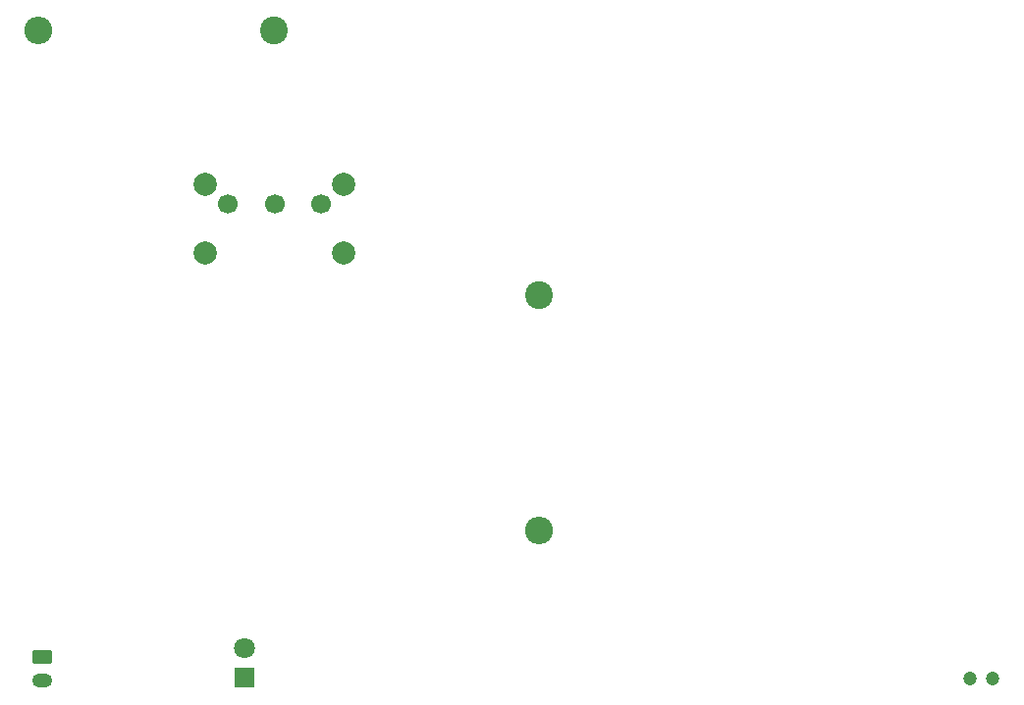
<source format=gbr>
%TF.GenerationSoftware,KiCad,Pcbnew,(6.0.11)*%
%TF.CreationDate,2023-02-16T14:22:11-08:00*%
%TF.ProjectId,Lab 4 Exercise 1,4c616220-3420-4457-9865-726369736520,rev?*%
%TF.SameCoordinates,Original*%
%TF.FileFunction,Copper,L2,Bot*%
%TF.FilePolarity,Positive*%
%FSLAX46Y46*%
G04 Gerber Fmt 4.6, Leading zero omitted, Abs format (unit mm)*
G04 Created by KiCad (PCBNEW (6.0.11)) date 2023-02-16 14:22:11*
%MOMM*%
%LPD*%
G01*
G04 APERTURE LIST*
G04 Aperture macros list*
%AMRoundRect*
0 Rectangle with rounded corners*
0 $1 Rounding radius*
0 $2 $3 $4 $5 $6 $7 $8 $9 X,Y pos of 4 corners*
0 Add a 4 corners polygon primitive as box body*
4,1,4,$2,$3,$4,$5,$6,$7,$8,$9,$2,$3,0*
0 Add four circle primitives for the rounded corners*
1,1,$1+$1,$2,$3*
1,1,$1+$1,$4,$5*
1,1,$1+$1,$6,$7*
1,1,$1+$1,$8,$9*
0 Add four rect primitives between the rounded corners*
20,1,$1+$1,$2,$3,$4,$5,0*
20,1,$1+$1,$4,$5,$6,$7,0*
20,1,$1+$1,$6,$7,$8,$9,0*
20,1,$1+$1,$8,$9,$2,$3,0*%
G04 Aperture macros list end*
%TA.AperFunction,ComponentPad*%
%ADD10RoundRect,0.250000X-0.625000X0.350000X-0.625000X-0.350000X0.625000X-0.350000X0.625000X0.350000X0*%
%TD*%
%TA.AperFunction,ComponentPad*%
%ADD11O,1.750000X1.200000*%
%TD*%
%TA.AperFunction,ComponentPad*%
%ADD12R,1.800000X1.800000*%
%TD*%
%TA.AperFunction,ComponentPad*%
%ADD13C,1.800000*%
%TD*%
%TA.AperFunction,ComponentPad*%
%ADD14C,2.400000*%
%TD*%
%TA.AperFunction,ComponentPad*%
%ADD15O,2.400000X2.400000*%
%TD*%
%TA.AperFunction,ComponentPad*%
%ADD16C,1.200000*%
%TD*%
%TA.AperFunction,ComponentPad*%
%ADD17C,2.000000*%
%TD*%
%TA.AperFunction,ComponentPad*%
%ADD18C,1.700000*%
%TD*%
G04 APERTURE END LIST*
D10*
%TO.P,V1,1,Pin_1*%
%TO.N,Net-(R2-Pad2)*%
X114660000Y-127765000D03*
D11*
%TO.P,V1,2,Pin_2*%
%TO.N,GND*%
X114660000Y-129765000D03*
%TD*%
D12*
%TO.P,D1,1,K*%
%TO.N,GND*%
X132080000Y-129540000D03*
D13*
%TO.P,D1,2,A*%
%TO.N,Net-(D1-Pad2)*%
X132080000Y-127000000D03*
%TD*%
D14*
%TO.P,R2,1*%
%TO.N,Net-(R2-Pad1)*%
X134620000Y-73660000D03*
D15*
%TO.P,R2,2*%
%TO.N,Net-(R2-Pad2)*%
X114300000Y-73660000D03*
%TD*%
D16*
%TO.P,C1,1*%
%TO.N,Net-(C1-Pad1)*%
X196620000Y-129580000D03*
%TO.P,C1,2*%
%TO.N,GND*%
X194620000Y-129580000D03*
%TD*%
D17*
%TO.P,SW1,*%
%TO.N,*%
X128662500Y-92897500D03*
X128662500Y-86897500D03*
X140662500Y-86897500D03*
X140662500Y-92897500D03*
D18*
%TO.P,SW1,1,A*%
%TO.N,unconnected-(SW1-Pad1)*%
X130662500Y-88647500D03*
%TO.P,SW1,2,B*%
%TO.N,Net-(R2-Pad1)*%
X134662500Y-88647500D03*
%TO.P,SW1,3,C*%
%TO.N,Net-(C1-Pad1)*%
X138662500Y-88647500D03*
%TD*%
D14*
%TO.P,R1,1*%
%TO.N,Net-(C1-Pad1)*%
X157480000Y-96520000D03*
D15*
%TO.P,R1,2*%
%TO.N,Net-(D1-Pad2)*%
X157480000Y-116840000D03*
%TD*%
M02*

</source>
